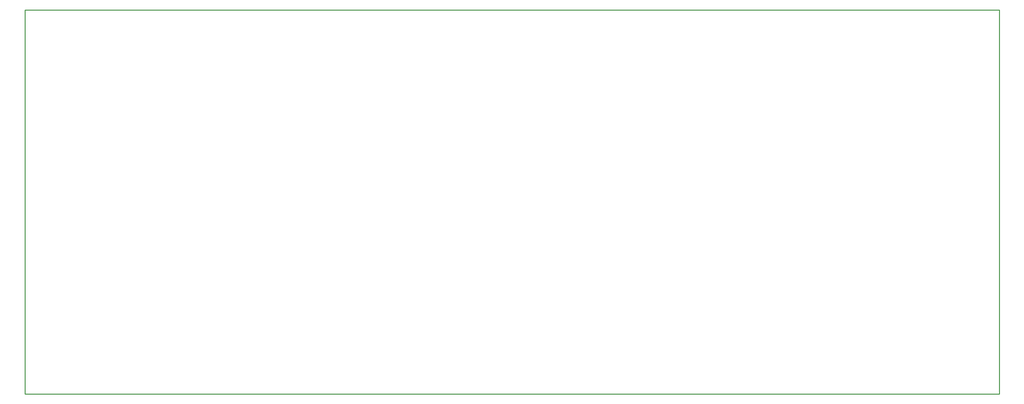
<source format=gko>
G04 ---------------------------- Layer name :KeepOutLayer*
G04 EasyEDA v5.7.26, Tue, 02 Oct 2018 14:10:42 GMT*
G04 d626412caae04d108c206bade24e6f6f*
G04 Gerber Generator version 0.2*
G04 Scale: 100 percent, Rotated: No, Reflected: No *
G04 Dimensions in millimeters *
G04 leading zeros omitted , absolute positions ,3 integer and 3 decimal *
%FSLAX33Y33*%
%MOMM*%
G90*
G71D02*

%ADD10C,0.254000*%
G54D10*
G01X0Y104140D02*
G01X125539Y104140D01*
G01X264160Y104140D01*
G01X264160Y0D01*
G01X0Y0D01*
G01X0Y104140D01*

%LPD*%
M00*
M02*

</source>
